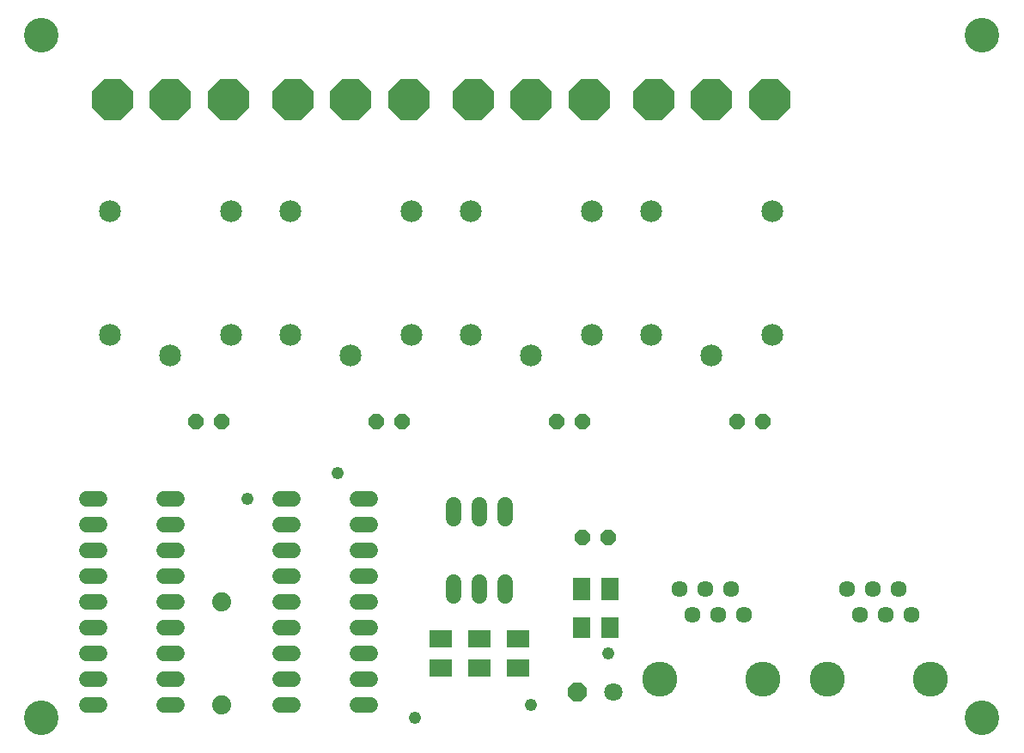
<source format=gbs>
G75*
G70*
%OFA0B0*%
%FSLAX24Y24*%
%IPPOS*%
%LPD*%
%AMOC8*
5,1,8,0,0,1.08239X$1,22.5*
%
%ADD10C,0.1340*%
%ADD11OC8,0.0600*%
%ADD12C,0.0634*%
%ADD13C,0.1360*%
%ADD14C,0.0600*%
%ADD15C,0.0740*%
%ADD16R,0.0710X0.0867*%
%ADD17R,0.0867X0.0710*%
%ADD18R,0.0710X0.0789*%
%ADD19OC8,0.0710*%
%ADD20C,0.0710*%
%ADD21C,0.0848*%
%ADD22OC8,0.1580*%
%ADD23C,0.0480*%
D10*
X003600Y001704D03*
X040100Y001704D03*
X040100Y028204D03*
X003600Y028204D03*
D11*
X009600Y013204D03*
X010600Y013204D03*
X016600Y013204D03*
X017600Y013204D03*
X023600Y013204D03*
X024600Y013204D03*
X024600Y008704D03*
X025600Y008704D03*
X030600Y013204D03*
X031600Y013204D03*
D12*
X030350Y006704D03*
X029350Y006704D03*
X028350Y006704D03*
X028850Y005704D03*
X029850Y005704D03*
X030850Y005704D03*
X034850Y006704D03*
X035850Y006704D03*
X036850Y006704D03*
X036350Y005704D03*
X037350Y005704D03*
X035350Y005704D03*
D13*
X034100Y003204D03*
X031600Y003204D03*
X027600Y003204D03*
X038100Y003204D03*
D14*
X021600Y006444D02*
X021600Y006964D01*
X020600Y006964D02*
X020600Y006444D01*
X019600Y006444D02*
X019600Y006964D01*
X019600Y009444D02*
X019600Y009964D01*
X020600Y009964D02*
X020600Y009444D01*
X021600Y009444D02*
X021600Y009964D01*
X016360Y010204D02*
X015840Y010204D01*
X015840Y009204D02*
X016360Y009204D01*
X016360Y008204D02*
X015840Y008204D01*
X015840Y007204D02*
X016360Y007204D01*
X016360Y006204D02*
X015840Y006204D01*
X015840Y005204D02*
X016360Y005204D01*
X016360Y004204D02*
X015840Y004204D01*
X015840Y003204D02*
X016360Y003204D01*
X016360Y002204D02*
X015840Y002204D01*
X013360Y002204D02*
X012840Y002204D01*
X012840Y003204D02*
X013360Y003204D01*
X013360Y004204D02*
X012840Y004204D01*
X012840Y005204D02*
X013360Y005204D01*
X013360Y006204D02*
X012840Y006204D01*
X012840Y007204D02*
X013360Y007204D01*
X013360Y008204D02*
X012840Y008204D01*
X012840Y009204D02*
X013360Y009204D01*
X013360Y010204D02*
X012840Y010204D01*
X008860Y010204D02*
X008340Y010204D01*
X008340Y009204D02*
X008860Y009204D01*
X008860Y008204D02*
X008340Y008204D01*
X008340Y007204D02*
X008860Y007204D01*
X008860Y006204D02*
X008340Y006204D01*
X008340Y005204D02*
X008860Y005204D01*
X008860Y004204D02*
X008340Y004204D01*
X008340Y003204D02*
X008860Y003204D01*
X008860Y002204D02*
X008340Y002204D01*
X005860Y002204D02*
X005340Y002204D01*
X005340Y003204D02*
X005860Y003204D01*
X005860Y004204D02*
X005340Y004204D01*
X005340Y005204D02*
X005860Y005204D01*
X005860Y006204D02*
X005340Y006204D01*
X005340Y007204D02*
X005860Y007204D01*
X005860Y008204D02*
X005340Y008204D01*
X005340Y009204D02*
X005860Y009204D01*
X005860Y010204D02*
X005340Y010204D01*
D15*
X010600Y006204D03*
X010600Y002204D03*
D16*
X024549Y006704D03*
X025651Y006704D03*
D17*
X022100Y004755D03*
X022100Y003653D03*
X020600Y003653D03*
X020600Y004755D03*
X019100Y004755D03*
X019100Y003653D03*
D18*
X024549Y005204D03*
X025651Y005204D03*
D19*
X024400Y002704D03*
D20*
X025800Y002704D03*
D21*
X022600Y015779D03*
X024962Y016566D03*
X027238Y016566D03*
X029600Y015779D03*
X031962Y016566D03*
X031962Y021369D03*
X027238Y021369D03*
X024962Y021369D03*
X020238Y021369D03*
X017962Y021369D03*
X013238Y021369D03*
X010962Y021369D03*
X006238Y021369D03*
X006238Y016566D03*
X008600Y015779D03*
X010962Y016566D03*
X013238Y016566D03*
X015600Y015779D03*
X017962Y016566D03*
X020238Y016566D03*
D22*
X020350Y025704D03*
X022600Y025704D03*
X024850Y025704D03*
X027350Y025704D03*
X029600Y025704D03*
X031850Y025704D03*
X017850Y025704D03*
X015600Y025704D03*
X013350Y025704D03*
X010850Y025704D03*
X008600Y025704D03*
X006350Y025704D03*
D23*
X015100Y011204D03*
X011600Y010204D03*
X022600Y002204D03*
X025600Y004204D03*
X018100Y001704D03*
M02*

</source>
